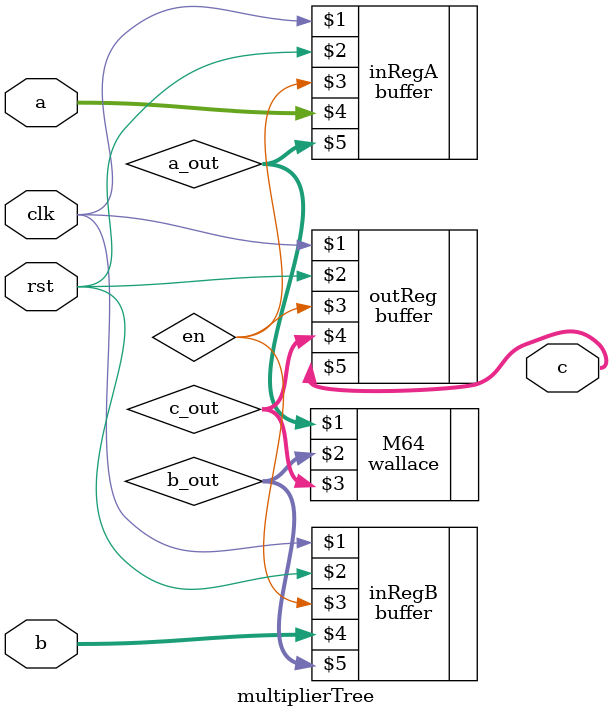
<source format=v>
module multiplierTree (
    input clk,
    input rst,
    input [31:0] a,
    input [31:0] b,
    output [63:0] c
);

wire [31:0] a_out;
wire [31:0] b_out;
wire [63:0] c_out;

buffer #(32) inRegA (clk, rst, en, a, a_out);
buffer #(32) inRegB (clk, rst, en, b, b_out);

wallace M64 (a_out, b_out, c_out);

buffer #(64) outReg (clk, rst, en, c_out, c);

endmodule
</source>
